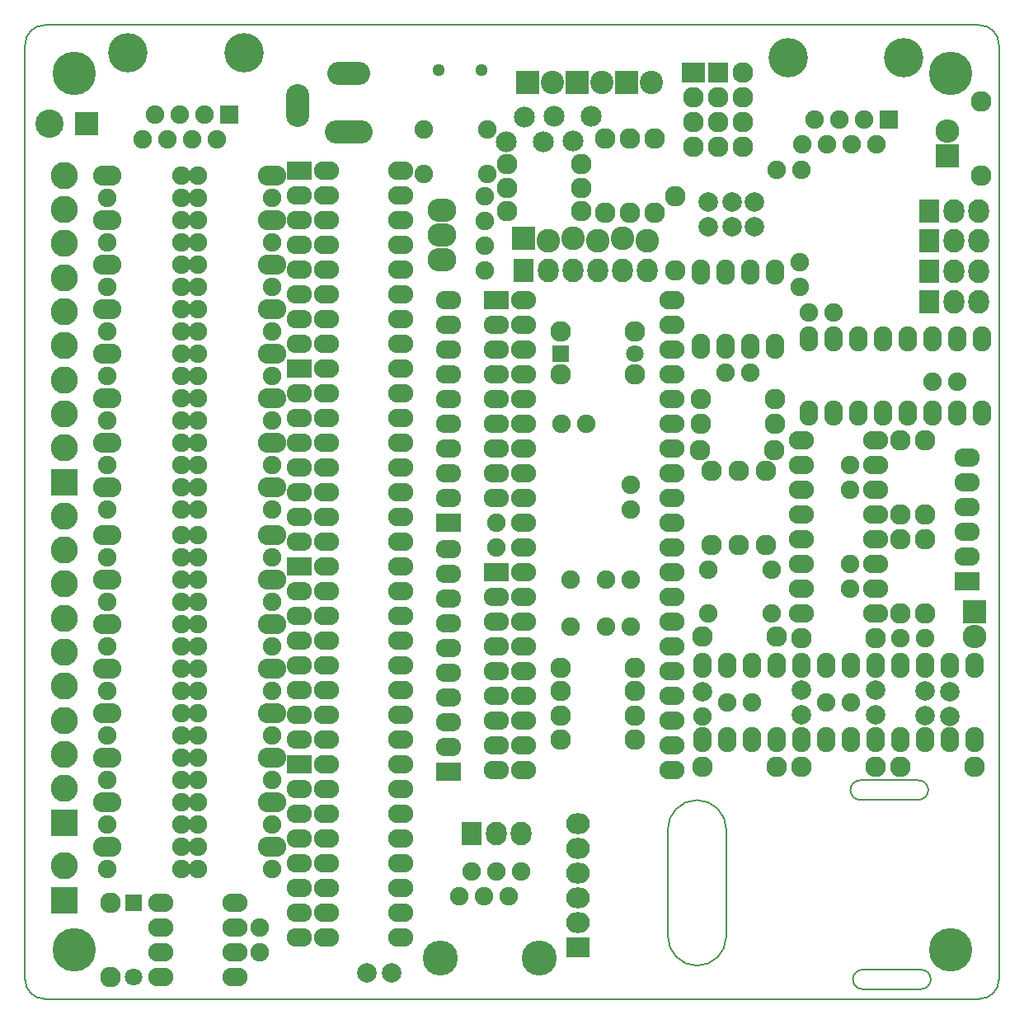
<source format=gbs>
G04 #@! TF.FileFunction,Soldermask,Bot*
%FSLAX46Y46*%
G04 Gerber Fmt 4.6, Leading zero omitted, Abs format (unit mm)*
G04 Created by KiCad (PCBNEW 4.0.1-stable) date Mittwoch, 24. Februar 2016 11:37:32*
%MOMM*%
G01*
G04 APERTURE LIST*
%ADD10C,0.100000*%
%ADD11C,0.150000*%
%ADD12O,2.940000X2.432000*%
%ADD13R,2.400000X2.400000*%
%ADD14C,2.400000*%
%ADD15C,1.901140*%
%ADD16R,2.432000X2.432000*%
%ADD17C,2.432000*%
%ADD18C,4.049980*%
%ADD19R,1.901140X1.901140*%
%ADD20O,2.432000X2.432000*%
%ADD21R,2.432000X2.127200*%
%ADD22C,2.127200*%
%ADD23O,2.127200X2.127200*%
%ADD24R,2.127200X2.127200*%
%ADD25C,2.000000*%
%ADD26C,1.900000*%
%ADD27O,2.432000X2.127200*%
%ADD28R,1.797000X1.797000*%
%ADD29C,1.797000*%
%ADD30C,4.464000*%
%ADD31O,1.901140X2.599640*%
%ADD32O,2.599640X1.901140*%
%ADD33R,2.127200X2.432000*%
%ADD34O,2.127200X2.432000*%
%ADD35C,2.800000*%
%ADD36R,2.800000X2.800000*%
%ADD37R,2.599640X1.924000*%
%ADD38O,2.599640X1.924000*%
%ADD39R,2.597100X1.924000*%
%ADD40O,2.597100X1.924000*%
%ADD41O,2.900000X2.100000*%
%ADD42C,2.900000*%
%ADD43R,2.400000X2.398980*%
%ADD44C,1.299160*%
%ADD45C,3.600400*%
%ADD46O,2.398980X4.400500*%
%ADD47O,4.400500X2.398980*%
%ADD48O,4.900880X2.398980*%
%ADD49C,2.150060*%
G04 APERTURE END LIST*
D10*
D11*
X156104000Y-132128000D02*
G75*
G03X155104000Y-133128000I0J-1000000D01*
G01*
X155104000Y-133128000D02*
G75*
G03X156104000Y-134128000I1000000J0D01*
G01*
X163104000Y-133128000D02*
G75*
G03X162104000Y-132128000I-1000000J0D01*
G01*
X162104000Y-134128000D02*
G75*
G03X163104000Y-133128000I0J1000000D01*
G01*
X162104000Y-134128000D02*
X156104000Y-134128000D01*
X156104000Y-132128000D02*
X162104000Y-132128000D01*
X155850000Y-112683000D02*
X161850000Y-112683000D01*
X161850000Y-114683000D02*
X155850000Y-114683000D01*
X161850000Y-114683000D02*
G75*
G03X162850000Y-113683000I0J1000000D01*
G01*
X162850000Y-113683000D02*
G75*
G03X161850000Y-112683000I-1000000J0D01*
G01*
X154850000Y-113683000D02*
G75*
G03X155850000Y-114683000I1000000J0D01*
G01*
X155850000Y-112683000D02*
G75*
G03X154850000Y-113683000I0J-1000000D01*
G01*
X136104000Y-117715000D02*
X136104000Y-128715000D01*
X142104000Y-117715000D02*
X142104000Y-128715000D01*
X139104000Y-131715000D02*
G75*
G03X142104000Y-128715000I0J3000000D01*
G01*
X136104000Y-128715000D02*
G75*
G03X139104000Y-131715000I3000000J0D01*
G01*
X142104000Y-117715000D02*
G75*
G03X139104000Y-114715000I-3000000J0D01*
G01*
X139104000Y-114715000D02*
G75*
G03X136104000Y-117715000I0J-3000000D01*
G01*
X70104000Y-37128000D02*
X70104000Y-133128000D01*
X168104000Y-35128000D02*
X72104000Y-35128000D01*
X170104000Y-133128000D02*
X170104000Y-37128000D01*
X72104000Y-135128000D02*
X168104000Y-135128000D01*
X72104000Y-35128000D02*
G75*
G03X70104000Y-37128000I0J-2000000D01*
G01*
X170104000Y-37128000D02*
G75*
G03X168104000Y-35128000I-2000000J0D01*
G01*
X168104000Y-135128000D02*
G75*
G03X170104000Y-133128000I0J2000000D01*
G01*
X70104000Y-133128000D02*
G75*
G03X72104000Y-135128000I2000000J0D01*
G01*
D12*
X112903000Y-56642000D03*
X112903000Y-59182000D03*
X112903000Y-54102000D03*
D13*
X131876800Y-41046400D03*
D14*
X134416800Y-41046400D03*
D15*
X127698500Y-76073000D03*
X125158500Y-76073000D03*
D16*
X121285000Y-57048400D03*
D17*
X123825000Y-57251600D03*
X126365000Y-57048400D03*
X128905000Y-57251600D03*
X131445000Y-57048400D03*
X133985000Y-57251600D03*
D15*
X126111000Y-92047060D03*
X126111000Y-96928940D03*
D13*
X126796800Y-41046400D03*
D14*
X129336800Y-41046400D03*
D13*
X121716800Y-41046400D03*
D14*
X124256800Y-41046400D03*
D18*
X80675480Y-37973000D03*
X92544900Y-37973000D03*
D19*
X91059000Y-44323000D03*
D15*
X89789000Y-46863000D03*
X88519000Y-44323000D03*
X87249000Y-46863000D03*
X85979000Y-44323000D03*
X84709000Y-46863000D03*
X83439000Y-44323000D03*
X82169000Y-46863000D03*
D18*
X148442680Y-38455600D03*
X160312100Y-38455600D03*
D19*
X158826200Y-44805600D03*
D15*
X157556200Y-47345600D03*
X156286200Y-44805600D03*
X155016200Y-47345600D03*
X153746200Y-44805600D03*
X152476200Y-47345600D03*
X151206200Y-44805600D03*
X149936200Y-47345600D03*
D16*
X167640000Y-95377000D03*
D20*
X167640000Y-97917000D03*
D21*
X138734800Y-40030400D03*
D22*
X138734800Y-42570400D03*
D23*
X138734800Y-45110400D03*
X138734800Y-47650400D03*
D24*
X141274800Y-40030400D03*
D23*
X143814800Y-40030400D03*
X141274800Y-42570400D03*
X143814800Y-42570400D03*
X141274800Y-45110400D03*
X143814800Y-45110400D03*
X141274800Y-47650400D03*
X143814800Y-47650400D03*
D25*
X162560000Y-103530400D03*
X162560000Y-106070400D03*
X139674600Y-103581200D03*
D26*
X139674600Y-106121200D03*
D25*
X165100000Y-103581200D03*
X165100000Y-106121200D03*
X149860000Y-103378000D03*
X149860000Y-105918000D03*
X157480000Y-103378000D03*
X157480000Y-105918000D03*
D21*
X126873000Y-129794000D03*
D27*
X126873000Y-127254000D03*
X126873000Y-124714000D03*
X126873000Y-122174000D03*
X126873000Y-119634000D03*
X126873000Y-117094000D03*
D28*
X125095000Y-68834000D03*
D29*
X132715000Y-68834000D03*
D22*
X157480000Y-98044000D03*
X149860000Y-98044000D03*
X139700000Y-111252000D03*
X147320000Y-111252000D03*
X167640000Y-111252000D03*
X160020000Y-111252000D03*
X149860000Y-111252000D03*
X157480000Y-111252000D03*
X147129500Y-76073000D03*
X139509500Y-76073000D03*
X136842500Y-52705000D03*
X136842500Y-60325000D03*
X127254000Y-49403000D03*
X119634000Y-49403000D03*
X146177000Y-88519000D03*
X146177000Y-80899000D03*
X125095000Y-103505000D03*
X132715000Y-103505000D03*
X162560000Y-85344000D03*
X162560000Y-77724000D03*
X160020000Y-85344000D03*
X160020000Y-77724000D03*
X143383000Y-88519000D03*
X143383000Y-80899000D03*
X146989800Y-78740000D03*
X139369800Y-78740000D03*
X160020000Y-95504000D03*
X160020000Y-87884000D03*
X162560000Y-87884000D03*
X162560000Y-95504000D03*
X125095000Y-106045000D03*
X132715000Y-106045000D03*
X125095000Y-108458000D03*
X132715000Y-108458000D03*
X132715000Y-66548000D03*
X125095000Y-66548000D03*
X139509500Y-73533000D03*
X147129500Y-73533000D03*
D30*
X165104000Y-130128000D03*
X165104000Y-40128000D03*
X75104000Y-130128000D03*
X75104000Y-40128000D03*
D31*
X147320000Y-100838000D03*
X144780000Y-100838000D03*
X142240000Y-100838000D03*
X139700000Y-100838000D03*
X139700000Y-108458000D03*
X142240000Y-108458000D03*
X144780000Y-108458000D03*
X147320000Y-108458000D03*
X157480000Y-100838000D03*
X154940000Y-100838000D03*
X152400000Y-100838000D03*
X149860000Y-100838000D03*
X149860000Y-108458000D03*
X152400000Y-108458000D03*
X154940000Y-108458000D03*
X157480000Y-108458000D03*
X160020000Y-108458000D03*
X162560000Y-108458000D03*
X165100000Y-108458000D03*
X167640000Y-108458000D03*
X167640000Y-100838000D03*
X165100000Y-100838000D03*
X162560000Y-100838000D03*
X160020000Y-100838000D03*
D32*
X121285000Y-63373000D03*
X121285000Y-65913000D03*
X121285000Y-68453000D03*
X121285000Y-70993000D03*
X121285000Y-73533000D03*
X121285000Y-76073000D03*
X121285000Y-78613000D03*
X121285000Y-81153000D03*
X121285000Y-83693000D03*
X121285000Y-86233000D03*
X121285000Y-88773000D03*
X121285000Y-91313000D03*
X121285000Y-93853000D03*
X121285000Y-96393000D03*
X121285000Y-98933000D03*
X121285000Y-101473000D03*
X121285000Y-104013000D03*
X121285000Y-106553000D03*
X121285000Y-109093000D03*
X121285000Y-111633000D03*
X136525000Y-111633000D03*
X136525000Y-109093000D03*
X136525000Y-106553000D03*
X136525000Y-104013000D03*
X136525000Y-101473000D03*
X136525000Y-98933000D03*
X136525000Y-96393000D03*
X136525000Y-93853000D03*
X136525000Y-91313000D03*
X136525000Y-88773000D03*
X136525000Y-86233000D03*
X136525000Y-83693000D03*
X136525000Y-81153000D03*
X136525000Y-78613000D03*
X136525000Y-76073000D03*
X136525000Y-73533000D03*
X136525000Y-70993000D03*
X136525000Y-68453000D03*
X136525000Y-65913000D03*
X136525000Y-63373000D03*
X101092000Y-50038000D03*
X101092000Y-52578000D03*
X101092000Y-55118000D03*
X101092000Y-57658000D03*
X101092000Y-60198000D03*
X101092000Y-62738000D03*
X101092000Y-65278000D03*
X101092000Y-67818000D03*
X108712000Y-67818000D03*
X108712000Y-65278000D03*
X108712000Y-62738000D03*
X108712000Y-60198000D03*
X108712000Y-57658000D03*
X108712000Y-55118000D03*
X108712000Y-52578000D03*
X108712000Y-50038000D03*
X101092000Y-110998000D03*
X101092000Y-113538000D03*
X101092000Y-116078000D03*
X101092000Y-118618000D03*
X101092000Y-121158000D03*
X101092000Y-123698000D03*
X101092000Y-126238000D03*
X101092000Y-128778000D03*
X108712000Y-128778000D03*
X108712000Y-126238000D03*
X108712000Y-123698000D03*
X108712000Y-121158000D03*
X108712000Y-118618000D03*
X108712000Y-116078000D03*
X108712000Y-113538000D03*
X108712000Y-110998000D03*
X101092000Y-90678000D03*
X101092000Y-93218000D03*
X101092000Y-95758000D03*
X101092000Y-98298000D03*
X101092000Y-100838000D03*
X101092000Y-103378000D03*
X101092000Y-105918000D03*
X101092000Y-108458000D03*
X108712000Y-108458000D03*
X108712000Y-105918000D03*
X108712000Y-103378000D03*
X108712000Y-100838000D03*
X108712000Y-98298000D03*
X108712000Y-95758000D03*
X108712000Y-93218000D03*
X108712000Y-90678000D03*
D33*
X162966400Y-54229000D03*
D34*
X165506400Y-54229000D03*
X168046400Y-54229000D03*
D33*
X162915600Y-57302400D03*
D34*
X165455600Y-57302400D03*
X167995600Y-57302400D03*
D33*
X162915600Y-60401200D03*
D34*
X165455600Y-60401200D03*
X167995600Y-60401200D03*
D33*
X162915600Y-63525400D03*
D34*
X165455600Y-63525400D03*
X167995600Y-63525400D03*
D32*
X149860000Y-77724000D03*
X149860000Y-80264000D03*
X149860000Y-82804000D03*
X149860000Y-85344000D03*
X157480000Y-85344000D03*
X157480000Y-82804000D03*
X157480000Y-80264000D03*
X157480000Y-77724000D03*
D31*
X150622000Y-74930000D03*
X153162000Y-74930000D03*
X155702000Y-74930000D03*
X158242000Y-74930000D03*
X158242000Y-67310000D03*
X155702000Y-67310000D03*
X153162000Y-67310000D03*
X150622000Y-67310000D03*
D32*
X149860000Y-87884000D03*
X149860000Y-90424000D03*
X149860000Y-92964000D03*
X149860000Y-95504000D03*
X157480000Y-95504000D03*
X157480000Y-92964000D03*
X157480000Y-90424000D03*
X157480000Y-87884000D03*
D31*
X168402000Y-67373500D03*
X165862000Y-67373500D03*
X163322000Y-67373500D03*
X160782000Y-67373500D03*
X160782000Y-74993500D03*
X163322000Y-74993500D03*
X165862000Y-74993500D03*
X168402000Y-74993500D03*
X139509500Y-68135500D03*
X142049500Y-68135500D03*
X144589500Y-68135500D03*
X147129500Y-68135500D03*
X147129500Y-60515500D03*
X144589500Y-60515500D03*
X142049500Y-60515500D03*
X139509500Y-60515500D03*
D22*
X132207000Y-54356000D03*
X132207000Y-46736000D03*
X134747000Y-54356000D03*
X134747000Y-46736000D03*
X119634000Y-54229000D03*
X127254000Y-54229000D03*
X147320000Y-97917000D03*
X139700000Y-97917000D03*
X125095000Y-70993000D03*
X132715000Y-70993000D03*
X119634000Y-51816000D03*
X127254000Y-51816000D03*
X140589000Y-88519000D03*
X140589000Y-80899000D03*
D33*
X121285000Y-60325000D03*
D34*
X123825000Y-60325000D03*
X126365000Y-60325000D03*
X128905000Y-60325000D03*
X131445000Y-60325000D03*
X133985000Y-60325000D03*
D28*
X81280000Y-125222000D03*
D29*
X81280000Y-132842000D03*
D32*
X84074000Y-125222000D03*
X84074000Y-127762000D03*
X84074000Y-130302000D03*
X84074000Y-132842000D03*
X91694000Y-132842000D03*
X91694000Y-130302000D03*
X91694000Y-127762000D03*
X91694000Y-125222000D03*
D22*
X78867000Y-125222000D03*
X78867000Y-132842000D03*
X125095000Y-101092000D03*
X132715000Y-101092000D03*
D16*
X164846000Y-48514000D03*
D20*
X164846000Y-45974000D03*
D22*
X168249600Y-50596800D03*
X168249600Y-42976800D03*
D35*
X74168000Y-121468000D03*
D36*
X74168000Y-124968000D03*
D37*
X118491000Y-63373000D03*
D38*
X118491000Y-65913000D03*
X118491000Y-68453000D03*
X118491000Y-70993000D03*
X118491000Y-73533000D03*
X118491000Y-76073000D03*
X118491000Y-78613000D03*
X118491000Y-81153000D03*
X118491000Y-83693000D03*
D37*
X118491000Y-91313000D03*
D38*
X118491000Y-93853000D03*
X118491000Y-96393000D03*
X118491000Y-98933000D03*
X118491000Y-101473000D03*
X118491000Y-104013000D03*
X118491000Y-106553000D03*
X118491000Y-109093000D03*
X118491000Y-111633000D03*
D35*
X74106000Y-110032500D03*
X74106000Y-113532500D03*
X74106000Y-106532500D03*
X74106000Y-103032500D03*
X74106000Y-99532500D03*
X74106000Y-96032500D03*
D36*
X74106000Y-117032500D03*
D35*
X74106000Y-92532500D03*
X74106000Y-89032500D03*
X74106000Y-85532500D03*
X74106000Y-75044000D03*
X74106000Y-78544000D03*
X74106000Y-71544000D03*
X74106000Y-68044000D03*
X74106000Y-64544000D03*
X74106000Y-61044000D03*
D36*
X74106000Y-82044000D03*
D35*
X74106000Y-57544000D03*
X74106000Y-54044000D03*
X74106000Y-50544000D03*
D15*
X150622000Y-64643000D03*
X153162000Y-64643000D03*
X160020000Y-98044000D03*
X162560000Y-98044000D03*
X154940000Y-104648000D03*
X152400000Y-104648000D03*
X144780000Y-104648000D03*
X142240000Y-104648000D03*
X94234000Y-127762000D03*
X94234000Y-130302000D03*
X118491000Y-88773000D03*
X118491000Y-86233000D03*
D22*
X129667000Y-54356000D03*
X129667000Y-46736000D03*
D15*
X117348000Y-52705000D03*
X117348000Y-55245000D03*
X117348000Y-60325000D03*
X117348000Y-57785000D03*
X129794000Y-92075000D03*
X132334000Y-92075000D03*
X129794000Y-96901000D03*
X132334000Y-96901000D03*
X132334000Y-82296000D03*
X132334000Y-84836000D03*
X165862000Y-71755000D03*
X163322000Y-71755000D03*
X154813000Y-80264000D03*
X154813000Y-82804000D03*
X154813000Y-90424000D03*
X154813000Y-92964000D03*
D39*
X98298000Y-50038000D03*
D40*
X98298000Y-52578000D03*
X98298000Y-55118000D03*
X98298000Y-57658000D03*
X98298000Y-60198000D03*
X98298000Y-62738000D03*
X98298000Y-65278000D03*
X98298000Y-67818000D03*
D39*
X98298000Y-70358000D03*
D40*
X98298000Y-72898000D03*
X98298000Y-75438000D03*
X98298000Y-77978000D03*
X98298000Y-80518000D03*
X98298000Y-83058000D03*
X98298000Y-85598000D03*
X98298000Y-88138000D03*
D39*
X98298000Y-90678000D03*
D40*
X98298000Y-93218000D03*
X98298000Y-95758000D03*
X98298000Y-98298000D03*
X98298000Y-100838000D03*
X98298000Y-103378000D03*
X98298000Y-105918000D03*
X98298000Y-108458000D03*
D39*
X98298000Y-110998000D03*
D40*
X98298000Y-113538000D03*
X98298000Y-116078000D03*
X98298000Y-118618000D03*
X98298000Y-121158000D03*
X98298000Y-123698000D03*
X98298000Y-126238000D03*
X98298000Y-128778000D03*
X113588800Y-65913000D03*
X113588800Y-68453000D03*
X113588800Y-70993000D03*
X113588800Y-76073000D03*
X113588800Y-78613000D03*
X113588800Y-81153000D03*
X113588800Y-63373000D03*
X113588800Y-73533000D03*
D39*
X113588800Y-86233000D03*
D40*
X113588800Y-83693000D03*
X113588800Y-91440000D03*
X113588800Y-93980000D03*
X113588800Y-96520000D03*
X113588800Y-101600000D03*
X113588800Y-104140000D03*
X113588800Y-106680000D03*
X113588800Y-88900000D03*
X113588800Y-99060000D03*
D39*
X113588800Y-111760000D03*
D40*
X113588800Y-109220000D03*
X166801800Y-84582000D03*
X166801800Y-87122000D03*
X166801800Y-79502000D03*
X166801800Y-82042000D03*
D39*
X166801800Y-92202000D03*
D40*
X166801800Y-89662000D03*
D26*
X146786600Y-91069160D03*
X140284200Y-95570040D03*
X146786600Y-95570040D03*
X140284200Y-91069160D03*
X117551200Y-45882560D03*
X111048800Y-50383440D03*
X117551200Y-50383440D03*
X111048800Y-45882560D03*
D32*
X101092000Y-70358000D03*
X101092000Y-72898000D03*
X101092000Y-75438000D03*
X101092000Y-77978000D03*
X101092000Y-80518000D03*
X101092000Y-83058000D03*
X101092000Y-85598000D03*
X101092000Y-88138000D03*
X108712000Y-88138000D03*
X108712000Y-85598000D03*
X108712000Y-83058000D03*
X108712000Y-80518000D03*
X108712000Y-77978000D03*
X108712000Y-75438000D03*
X108712000Y-72898000D03*
X108712000Y-70358000D03*
D26*
X86156800Y-50546000D03*
D41*
X78536800Y-50546000D03*
X95504000Y-50546000D03*
D26*
X87884000Y-50546000D03*
X78536800Y-52832000D03*
X86156800Y-52832000D03*
X87884000Y-52832000D03*
X95504000Y-52832000D03*
X86156800Y-55118000D03*
D41*
X78536800Y-55118000D03*
X95504000Y-55118000D03*
D26*
X87884000Y-55118000D03*
X78536800Y-57404000D03*
X86156800Y-57404000D03*
X87884000Y-57404000D03*
X95504000Y-57404000D03*
X86156800Y-59690000D03*
D41*
X78536800Y-59690000D03*
X95504000Y-59690000D03*
D26*
X87884000Y-59690000D03*
X78536800Y-61976000D03*
X86156800Y-61976000D03*
X87884000Y-61976000D03*
X95504000Y-61976000D03*
X86156800Y-64262000D03*
D41*
X78536800Y-64262000D03*
X95504000Y-64262000D03*
D26*
X87884000Y-64262000D03*
X78536800Y-66548000D03*
X86156800Y-66548000D03*
X87884000Y-66548000D03*
X95504000Y-66548000D03*
X86156800Y-68834000D03*
D41*
X78536800Y-68834000D03*
X95504000Y-68834000D03*
D26*
X87884000Y-68834000D03*
X78536800Y-71120000D03*
X86156800Y-71120000D03*
X87884000Y-71120000D03*
X95504000Y-71120000D03*
X86156800Y-73406000D03*
D41*
X78536800Y-73406000D03*
X95504000Y-73406000D03*
D26*
X87884000Y-73406000D03*
X78536800Y-75692000D03*
X86156800Y-75692000D03*
X87884000Y-75692000D03*
X95504000Y-75692000D03*
X86131400Y-77978000D03*
D41*
X78511400Y-77978000D03*
X95504000Y-77978000D03*
D26*
X87884000Y-77978000D03*
X78536800Y-80264000D03*
X86156800Y-80264000D03*
X87884000Y-80264000D03*
X95504000Y-80264000D03*
X86156800Y-82550000D03*
D41*
X78536800Y-82550000D03*
X95504000Y-82550000D03*
D26*
X87884000Y-82550000D03*
X78536800Y-84836000D03*
X86156800Y-84836000D03*
X87884000Y-84836000D03*
X95504000Y-84836000D03*
X86156800Y-87503000D03*
D41*
X78536800Y-87503000D03*
X95504000Y-87503000D03*
D26*
X87884000Y-87503000D03*
X78536800Y-89789000D03*
X86156800Y-89789000D03*
X87884000Y-89789000D03*
X95504000Y-89789000D03*
X86156800Y-92075000D03*
D41*
X78536800Y-92075000D03*
X95504000Y-92075000D03*
D26*
X87884000Y-92075000D03*
X78536800Y-94361000D03*
X86156800Y-94361000D03*
X87884000Y-94361000D03*
X95504000Y-94361000D03*
X86156800Y-96647000D03*
D41*
X78536800Y-96647000D03*
X95504000Y-96647000D03*
D26*
X87884000Y-96647000D03*
X78536800Y-98933000D03*
X86156800Y-98933000D03*
X86156800Y-101219000D03*
D41*
X78536800Y-101219000D03*
X95504000Y-101219000D03*
D26*
X87884000Y-101219000D03*
X78536800Y-103505000D03*
X86156800Y-103505000D03*
X87884000Y-103505000D03*
X95504000Y-103505000D03*
X86156800Y-105791000D03*
D41*
X78536800Y-105791000D03*
X95504000Y-105791000D03*
D26*
X87884000Y-105791000D03*
X78536800Y-108077000D03*
X86156800Y-108077000D03*
X87884000Y-108077000D03*
X95504000Y-108077000D03*
X86156800Y-110363000D03*
D41*
X78536800Y-110363000D03*
X95504000Y-110363000D03*
D26*
X87884000Y-110363000D03*
X78536800Y-112649000D03*
X86156800Y-112649000D03*
X87884000Y-112649000D03*
X95504000Y-112649000D03*
X86156800Y-114935000D03*
D41*
X78536800Y-114935000D03*
X95504000Y-114935000D03*
D26*
X87884000Y-114935000D03*
X78536800Y-117221000D03*
X86156800Y-117221000D03*
X87884000Y-117221000D03*
X95504000Y-117221000D03*
X86156800Y-119507000D03*
D41*
X78536800Y-119507000D03*
X95504000Y-119507000D03*
D26*
X87884000Y-119507000D03*
X78536800Y-121793000D03*
X86156800Y-121793000D03*
X87884000Y-121793000D03*
X95504000Y-121793000D03*
D42*
X72644000Y-45212000D03*
D43*
X76454000Y-45212000D03*
D44*
X117005100Y-39725600D03*
X112608360Y-39725600D03*
D25*
X105181400Y-132435600D03*
X107721400Y-132435600D03*
D26*
X87884000Y-98933000D03*
X95504000Y-98933000D03*
D45*
X112776000Y-130937000D03*
X122936000Y-130937000D03*
D15*
X121031000Y-122047000D03*
X119761000Y-124587000D03*
X118491000Y-122047000D03*
X117221000Y-124587000D03*
X115951000Y-122047000D03*
X114681000Y-124587000D03*
X149783800Y-49961800D03*
X147243800Y-49961800D03*
D25*
X140284200Y-55841900D03*
X140284200Y-53301900D03*
X142697200Y-55841900D03*
X142697200Y-53301900D03*
X144983200Y-55841900D03*
X144983200Y-53301900D03*
D46*
X98077020Y-43378120D03*
D47*
X103378000Y-40126920D03*
D48*
X103378000Y-46128940D03*
D49*
X123317000Y-47117000D03*
X121412000Y-44577000D03*
X119507000Y-47117000D03*
X124460000Y-44450000D03*
X126365000Y-46990000D03*
X128270000Y-44450000D03*
D15*
X149669500Y-59499500D03*
X149669500Y-62039500D03*
X144576800Y-70840600D03*
X142036800Y-70840600D03*
D33*
X115976400Y-118160800D03*
D34*
X118516400Y-118160800D03*
X121056400Y-118160800D03*
M02*

</source>
